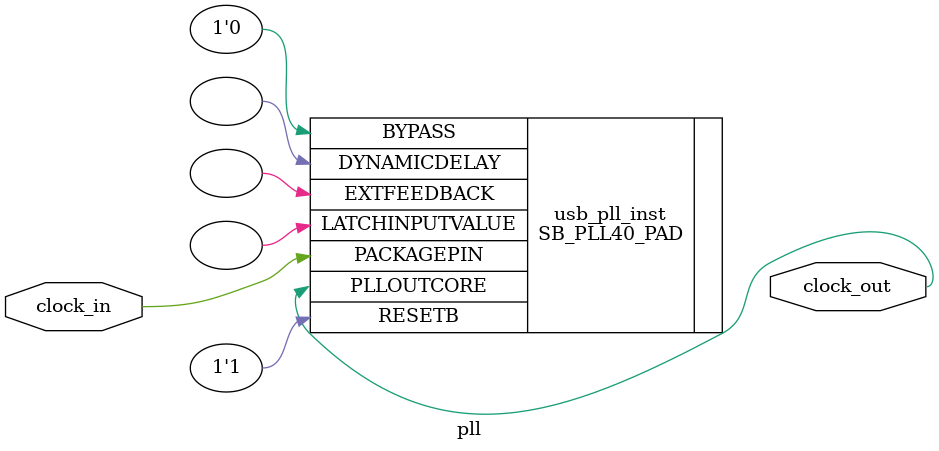
<source format=v>
module pll(
    input clock_in,
    output clock_out
);
 
    SB_PLL40_PAD #(
    .FEEDBACK_PATH("SIMPLE"),
    .FEEDBACK_PATH("SIMPLE"),
`include "pll_settings.txt"
    ,
    .FEEDBACK_PATH("SIMPLE"),
    .DELAY_ADJUSTMENT_MODE_FEEDBACK("FIXED"),
    .FDA_FEEDBACK(4'b0000),
    .DELAY_ADJUSTMENT_MODE_RELATIVE("FIXED"),
    .FDA_RELATIVE(4'b0000),
    .SHIFTREG_DIV_MODE(2'b00),
    .PLLOUT_SELECT("GENCLK"),
    .ENABLE_ICEGATE(1'b0)
    ) usb_pll_inst (
    .PACKAGEPIN(clock_in),
    .PLLOUTCORE(clock_out),
    //.PLLOUTGLOBAL(),
    .EXTFEEDBACK(),
    .DYNAMICDELAY(),
    .RESETB(1'b1),
    .BYPASS(1'b0),
    .LATCHINPUTVALUE(),
    //.LOCK(),
    //.SDI(),
    //.SDO(),
    //.SCLK()
    );

endmodule
</source>
